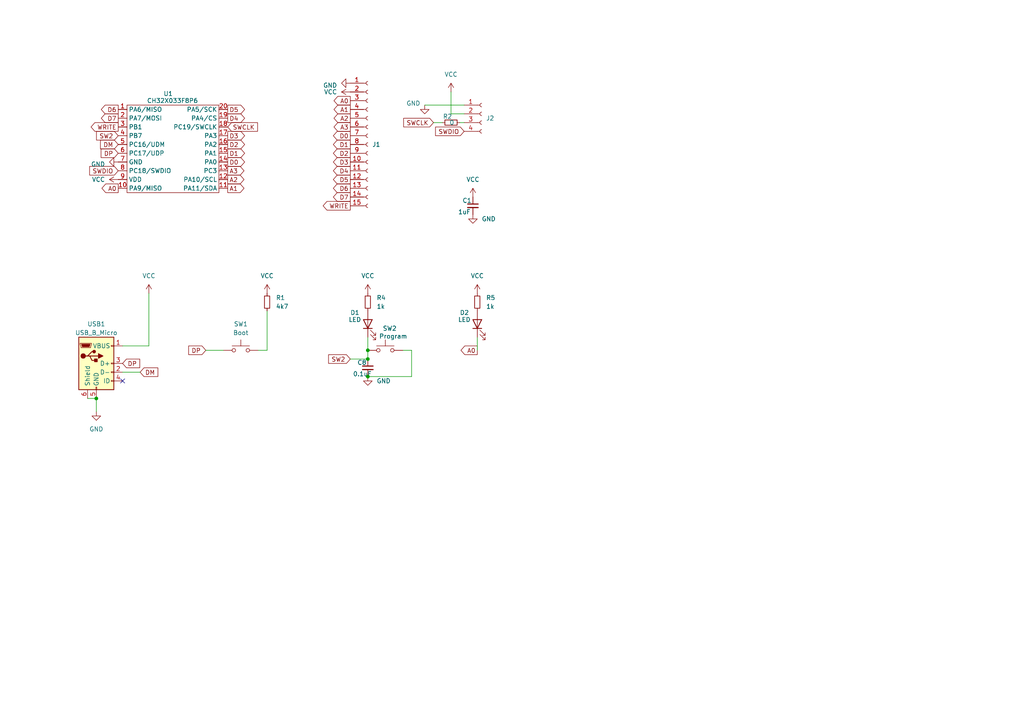
<source format=kicad_sch>
(kicad_sch (version 20250114) (generator "eeschema") (generator_version "9.0")
  (paper "A4")
  (lib_symbols
    (symbol "Connector:Conn_01x04_Socket" (pin_names (offset 1.016) (hide yes))
      (property "Reference" "J" (at 0 5.08 0))
      (property "Value" "Conn_01x04_Socket" (at 0 -7.62 0))
      (symbol "Conn_01x04_Socket_1_1"
        (polyline (pts (xy -1.27 2.54) (xy -0.508 2.54)) (stroke (width 0.1524)))
        (polyline (pts (xy -1.27 0) (xy -0.508 0)) (stroke (width 0.1524)))
        (polyline (pts (xy -1.27 -2.54) (xy -0.508 -2.54)) (stroke (width 0.1524)))
        (polyline (pts (xy -1.27 -5.08) (xy -0.508 -5.08)) (stroke (width 0.1524)))
        (arc (start 0 2.032) (mid -0.5058 2.54) (end 0 3.048) (stroke (width 0.1524)))
        (arc (start 0 -0.508) (mid -0.5058 0) (end 0 0.508) (stroke (width 0.1524)))
        (arc (start 0 -3.048) (mid -0.5058 -2.54) (end 0 -2.032) (stroke (width 0.1524)))
        (arc (start 0 -5.588) (mid -0.5058 -5.08) (end 0 -4.572) (stroke (width 0.1524)))
        (pin passive line (at -5.08 2.54 0) (length 3.81) (name "Pin_1") (number "1"))
        (pin passive line (at -5.08 0 0) (length 3.81) (name "Pin_2") (number "2"))
        (pin passive line (at -5.08 -2.54 0) (length 3.81) (name "Pin_3") (number "3"))
        (pin passive line (at -5.08 -5.08 0) (length 3.81) (name "Pin_4") (number "4"))
      )
    )
    (symbol "Connector:Conn_01x15_Socket" (pin_names (offset 1.016) (hide yes))
      (property "Reference" "J" (at 0 20.32 0))
      (property "Value" "Conn_01x15_Socket" (at 0 -20.32 0))
      (symbol "Conn_01x15_Socket_1_1"
        (polyline (pts (xy -1.27 17.78) (xy -0.508 17.78)) (stroke (width 0.1524)))
        (polyline (pts (xy -1.27 15.24) (xy -0.508 15.24)) (stroke (width 0.1524)))
        (polyline (pts (xy -1.27 12.7) (xy -0.508 12.7)) (stroke (width 0.1524)))
        (polyline (pts (xy -1.27 10.16) (xy -0.508 10.16)) (stroke (width 0.1524)))
        (polyline (pts (xy -1.27 7.62) (xy -0.508 7.62)) (stroke (width 0.1524)))
        (polyline (pts (xy -1.27 5.08) (xy -0.508 5.08)) (stroke (width 0.1524)))
        (polyline (pts (xy -1.27 2.54) (xy -0.508 2.54)) (stroke (width 0.1524)))
        (polyline (pts (xy -1.27 0) (xy -0.508 0)) (stroke (width 0.1524)))
        (polyline (pts (xy -1.27 -2.54) (xy -0.508 -2.54)) (stroke (width 0.1524)))
        (polyline (pts (xy -1.27 -5.08) (xy -0.508 -5.08)) (stroke (width 0.1524)))
        (polyline (pts (xy -1.27 -7.62) (xy -0.508 -7.62)) (stroke (width 0.1524)))
        (polyline (pts (xy -1.27 -10.16) (xy -0.508 -10.16)) (stroke (width 0.1524)))
        (polyline (pts (xy -1.27 -12.7) (xy -0.508 -12.7)) (stroke (width 0.1524)))
        (polyline (pts (xy -1.27 -15.24) (xy -0.508 -15.24)) (stroke (width 0.1524)))
        (polyline (pts (xy -1.27 -17.78) (xy -0.508 -17.78)) (stroke (width 0.1524)))
        (arc (start 0 17.272) (mid -0.5058 17.78) (end 0 18.288) (stroke (width 0.1524)))
        (arc (start 0 14.732) (mid -0.5058 15.24) (end 0 15.748) (stroke (width 0.1524)))
        (arc (start 0 12.192) (mid -0.5058 12.7) (end 0 13.208) (stroke (width 0.1524)))
        (arc (start 0 9.652) (mid -0.5058 10.16) (end 0 10.668) (stroke (width 0.1524)))
        (arc (start 0 7.112) (mid -0.5058 7.62) (end 0 8.128) (stroke (width 0.1524)))
        (arc (start 0 4.572) (mid -0.5058 5.08) (end 0 5.588) (stroke (width 0.1524)))
        (arc (start 0 2.032) (mid -0.5058 2.54) (end 0 3.048) (stroke (width 0.1524)))
        (arc (start 0 -0.508) (mid -0.5058 0) (end 0 0.508) (stroke (width 0.1524)))
        (arc (start 0 -3.048) (mid -0.5058 -2.54) (end 0 -2.032) (stroke (width 0.1524)))
        (arc (start 0 -5.588) (mid -0.5058 -5.08) (end 0 -4.572) (stroke (width 0.1524)))
        (arc (start 0 -8.128) (mid -0.5058 -7.62) (end 0 -7.112) (stroke (width 0.1524)))
        (arc (start 0 -10.668) (mid -0.5058 -10.16) (end 0 -9.652) (stroke (width 0.1524)))
        (arc (start 0 -13.208) (mid -0.5058 -12.7) (end 0 -12.192) (stroke (width 0.1524)))
        (arc (start 0 -15.748) (mid -0.5058 -15.24) (end 0 -14.732) (stroke (width 0.1524)))
        (arc (start 0 -18.288) (mid -0.5058 -17.78) (end 0 -17.272) (stroke (width 0.1524)))
        (pin passive line (at -5.08 17.78 0) (length 3.81) (name "Pin_1") (number "1"))
        (pin passive line (at -5.08 15.24 0) (length 3.81) (name "Pin_2") (number "2"))
        (pin passive line (at -5.08 12.7 0) (length 3.81) (name "Pin_3") (number "3"))
        (pin passive line (at -5.08 10.16 0) (length 3.81) (name "Pin_4") (number "4"))
        (pin passive line (at -5.08 7.62 0) (length 3.81) (name "Pin_5") (number "5"))
        (pin passive line (at -5.08 5.08 0) (length 3.81) (name "Pin_6") (number "6"))
        (pin passive line (at -5.08 2.54 0) (length 3.81) (name "Pin_7") (number "7"))
        (pin passive line (at -5.08 0 0) (length 3.81) (name "Pin_8") (number "8"))
        (pin passive line (at -5.08 -2.54 0) (length 3.81) (name "Pin_9") (number "9"))
        (pin passive line (at -5.08 -5.08 0) (length 3.81) (name "Pin_10") (number "10"))
        (pin passive line (at -5.08 -7.62 0) (length 3.81) (name "Pin_11") (number "11"))
        (pin passive line (at -5.08 -10.16 0) (length 3.81) (name "Pin_12") (number "12"))
        (pin passive line (at -5.08 -12.7 0) (length 3.81) (name "Pin_13") (number "13"))
        (pin passive line (at -5.08 -15.24 0) (length 3.81) (name "Pin_14") (number "14"))
        (pin passive line (at -5.08 -17.78 0) (length 3.81) (name "Pin_15") (number "15"))
      )
    )
    (symbol "Connector:USB_B_Micro" (pin_names (offset 1.016))
      (property "Reference" "J" (at -5.08 11.43 0))
      (property "Value" "USB_B_Micro" (at -5.08 8.89 0))
      (symbol "USB_B_Micro_0_1"
        (rectangle (start -5.08 -7.62) (end 5.08 7.62) (stroke (width 0.254)) (fill (type background)))
        (polyline (pts (xy -4.699 5.842) (xy -4.699 5.588) (xy -4.445 4.826) (xy -4.445 4.572) (xy -1.651 4.572) (xy -1.651 4.826) (xy -1.397 5.588) (xy -1.397 5.842) (xy -4.699 5.842)))
        (polyline (pts (xy -4.318 5.588) (xy -1.778 5.588) (xy -2.032 4.826) (xy -4.064 4.826) (xy -4.318 5.588)) (fill (type outline)))
        (circle (center -3.81 2.159) (radius 0.635) (stroke (width 0.254)) (fill (type outline)))
        (polyline (pts (xy -3.175 2.159) (xy -2.54 2.159) (xy -1.27 3.429) (xy -0.635 3.429)) (stroke (width 0.254)))
        (polyline (pts (xy -2.54 2.159) (xy -1.905 2.159) (xy -1.27 0.889) (xy 0 0.889)) (stroke (width 0.254)))
        (polyline (pts (xy -1.905 2.159) (xy 0.635 2.159)) (stroke (width 0.254)))
        (circle (center -0.635 3.429) (radius 0.381) (stroke (width 0.254)) (fill (type outline)))
        (rectangle (start -0.127 -7.62) (end 0.127 -6.858))
        (rectangle (start 0.254 1.27) (end -0.508 0.508) (stroke (width 0.254)) (fill (type outline)))
        (polyline (pts (xy 0.635 2.794) (xy 0.635 1.524) (xy 1.905 2.159) (xy 0.635 2.794)) (stroke (width 0.254)) (fill (type outline)))
        (rectangle (start 5.08 4.953) (end 4.318 5.207))
        (rectangle (start 5.08 -0.127) (end 4.318 0.127))
        (rectangle (start 5.08 -2.667) (end 4.318 -2.413))
        (rectangle (start 5.08 -5.207) (end 4.318 -4.953))
      )
      (symbol "USB_B_Micro_1_1"
        (pin passive line (at -2.54 -10.16 90) (length 2.54) (name "Shield") (number "6"))
        (pin power_out line (at 0 -10.16 90) (length 2.54) (name "GND") (number "5"))
        (pin power_out line (at 7.62 5.08 180) (length 2.54) (name "VBUS") (number "1"))
        (pin bidirectional line (at 7.62 0 180) (length 2.54) (name "D+") (number "3"))
        (pin bidirectional line (at 7.62 -2.54 180) (length 2.54) (name "D-") (number "2"))
        (pin passive line (at 7.62 -5.08 180) (length 2.54) (name "ID") (number "4"))
      )
    )
    (symbol "Device:C_Small" (pin_numbers (hide yes)) (pin_names (offset 0.254) (hide yes))
      (property "Reference" "C" (at 0.254 1.778 0))
      (property "Value" "C_Small" (at 0.254 -2.032 0))
      (symbol "C_Small_0_1"
        (polyline (pts (xy -1.524 0.508) (xy 1.524 0.508)) (stroke (width 0.3048)))
        (polyline (pts (xy -1.524 -0.508) (xy 1.524 -0.508)) (stroke (width 0.3302)))
      )
      (symbol "C_Small_1_1"
        (pin passive line (at 0 2.54 270) (length 2.032) (name "~") (number "1"))
        (pin passive line (at 0 -2.54 90) (length 2.032) (name "~") (number "2"))
      )
    )
    (symbol "Device:LED" (pin_numbers (hide yes)) (pin_names (offset 1.016) (hide yes))
      (property "Reference" "D" (at 0 2.54 0))
      (property "Value" "LED" (at 0 -2.54 0))
      (symbol "LED_0_1"
        (polyline (pts (xy -3.048 -0.762) (xy -4.572 -2.286) (xy -3.81 -2.286) (xy -4.572 -2.286) (xy -4.572 -1.524)))
        (polyline (pts (xy -1.778 -0.762) (xy -3.302 -2.286) (xy -2.54 -2.286) (xy -3.302 -2.286) (xy -3.302 -1.524)))
        (polyline (pts (xy -1.27 0) (xy 1.27 0)))
        (polyline (pts (xy -1.27 -1.27) (xy -1.27 1.27)) (stroke (width 0.254)))
        (polyline (pts (xy 1.27 -1.27) (xy 1.27 1.27) (xy -1.27 0) (xy 1.27 -1.27)) (stroke (width 0.254)))
      )
      (symbol "LED_1_1"
        (pin passive line (at -3.81 0 0) (length 2.54) (name "K") (number "1"))
        (pin passive line (at 3.81 0 180) (length 2.54) (name "A") (number "2"))
      )
    )
    (symbol "Device:R_Small" (pin_numbers (hide yes)) (pin_names (offset 0.254) (hide yes))
      (property "Reference" "R" (at 0.762 0.508 0))
      (property "Value" "R_Small" (at 0.762 -1.016 0))
      (symbol "R_Small_0_1"
        (rectangle (start -0.762 1.778) (end 0.762 -1.778) (stroke (width 0.2032)))
      )
      (symbol "R_Small_1_1"
        (pin passive line (at 0 2.54 270) (length 0.762) (name "~") (number "1"))
        (pin passive line (at 0 -2.54 90) (length 0.762) (name "~") (number "2"))
      )
    )
    (symbol "Larry_Library:CH32X033F8P6"
      (property "Reference" "U" (at 0 7.62 0))
      (symbol "CH32X033F8P6_0_1"
        (rectangle (start -10.16 5.08) (end 16.51 -20.32))
      )
      (symbol "CH32X033F8P6_1_1"
        (pin bidirectional line (at -12.7 3.81 0) (length 2.54) (name "PA6/MISO") (number "1"))
        (pin bidirectional line (at -12.7 1.27 0) (length 2.54) (name "PA7/MOSI") (number "2"))
        (pin bidirectional line (at -12.7 -1.27 0) (length 2.54) (name "PB1") (number "3"))
        (pin bidirectional line (at -12.7 -3.81 0) (length 2.54) (name "PB7") (number "4"))
        (pin bidirectional line (at -12.7 -6.35 0) (length 2.54) (name "PC16/UDM") (number "5"))
        (pin bidirectional line (at -12.7 -8.89 0) (length 2.54) (name "PC17/UDP") (number "6"))
        (pin power_in line (at -12.7 -11.43 0) (length 2.54) (name "GND") (number "7"))
        (pin bidirectional line (at -12.7 -13.97 0) (length 2.54) (name "PC18/SWDIO") (number "8"))
        (pin power_in line (at -12.7 -16.51 0) (length 2.54) (name "VDD") (number "9"))
        (pin bidirectional line (at -12.7 -19.05 0) (length 2.54) (name "PA9/MISO") (number "10"))
        (pin bidirectional line (at 19.05 3.81 180) (length 2.54) (name "PA5/SCK") (number "20"))
        (pin bidirectional line (at 19.05 1.27 180) (length 2.54) (name "PA4/CS") (number "19"))
        (pin bidirectional line (at 19.05 -1.27 180) (length 2.54) (name "PC19/SWCLK") (number "18"))
        (pin bidirectional line (at 19.05 -3.81 180) (length 2.54) (name "PA3") (number "17"))
        (pin bidirectional line (at 19.05 -6.35 180) (length 2.54) (name "PA2") (number "16"))
        (pin bidirectional line (at 19.05 -8.89 180) (length 2.54) (name "PA1") (number "15"))
        (pin bidirectional line (at 19.05 -11.43 180) (length 2.54) (name "PA0") (number "14"))
        (pin bidirectional line (at 19.05 -13.97 180) (length 2.54) (name "PC3") (number "13"))
        (pin bidirectional line (at 19.05 -16.51 180) (length 2.54) (name "PA10/SCL") (number "12"))
        (pin bidirectional line (at 19.05 -19.05 180) (length 2.54) (name "PA11/SDA") (number "11"))
      )
    )
    (symbol "Switch:SW_Push" (pin_numbers (hide yes)) (pin_names (offset 1.016) (hide yes))
      (property "Reference" "SW" (at 1.27 2.54 0))
      (property "Value" "SW_Push" (at 0 -1.524 0))
      (symbol "SW_Push_0_1"
        (circle (center -2.032 0) (radius 0.508))
        (polyline (pts (xy 0 1.27) (xy 0 3.048)))
        (circle (center 2.032 0) (radius 0.508))
        (polyline (pts (xy 2.54 1.27) (xy -2.54 1.27)))
        (pin passive line (at -5.08 0 0) (length 2.54) (name "1") (number "1"))
        (pin passive line (at 5.08 0 180) (length 2.54) (name "2") (number "2"))
      )
    )
    (symbol "power:+3.3V" (power) (pin_names (offset 0))
      (property "Value" "+3.3V" (at 0 3.556 0))
      (symbol "+3.3V_0_1"
        (polyline (pts (xy -0.762 1.27) (xy 0 2.54)))
        (polyline (pts (xy 0 2.54) (xy 0.762 1.27)))
        (polyline (pts (xy 0 0) (xy 0 2.54)))
      )
      (symbol "+3.3V_1_1"
        (pin power_in line (at 0 0 90) (length 0) (hide yes) (name "+3.3V") (number "1"))
      )
    )
    (symbol "power:GND" (power) (pin_names (offset 0))
      (property "Value" "GND" (at 0 -3.81 0))
      (symbol "GND_0_1"
        (polyline (pts (xy 0 0) (xy 0 -1.27) (xy 1.27 -1.27) (xy 0 -2.54) (xy -1.27 -1.27) (xy 0 -1.27)))
      )
      (symbol "GND_1_1"
        (pin power_in line (at 0 0 270) (length 0) (hide yes) (name "GND") (number "1"))
      )
    )
  )
  (junction (at 27.94 115.57))
  (junction (at 106.68 109.22))
  (junction (at 106.68 101.6))
  (junction (at 106.68 104.14))
  (no_connect (at 35.56 110.49))
  (wire (pts (xy 35.56 107.95) (xy 40.64 107.95)))
  (wire (pts (xy 101.6 104.14) (xy 106.68 104.14)))
  (wire (pts (xy 138.43 101.6) (xy 138.43 97.79)))
  (wire (pts (xy 25.4 115.57) (xy 27.94 115.57)))
  (wire (pts (xy 77.47 90.17) (xy 77.47 101.6)))
  (wire (pts (xy 27.94 115.57) (xy 27.94 119.38)))
  (wire (pts (xy 125.73 35.56) (xy 128.27 35.56)))
  (wire (pts (xy 134.62 33.02) (xy 130.81 33.02)))
  (wire (pts (xy 130.81 33.02) (xy 130.81 26.67)))
  (wire (pts (xy 74.93 101.6) (xy 77.47 101.6)))
  (wire (pts (xy 133.35 35.56) (xy 134.62 35.56)))
  (wire (pts (xy 106.68 109.22) (xy 119.38 109.22)))
  (wire (pts (xy 35.56 100.33) (xy 43.18 100.33)))
  (wire (pts (xy 119.38 101.6) (xy 119.38 109.22)))
  (wire (pts (xy 123.19 30.48) (xy 134.62 30.48)))
  (wire (pts (xy 106.68 101.6) (xy 106.68 104.14)))
  (wire (pts (xy 106.68 101.6) (xy 106.68 97.79)))
  (wire (pts (xy 59.69 101.6) (xy 64.77 101.6)))
  (wire (pts (xy 43.18 85.09) (xy 43.18 100.33)))
  (wire (pts (xy 116.84 101.6) (xy 119.38 101.6)))
  (global_label "D0" (shape output) (at 101.6 39.37 180) (property "Intersheetrefs" "${INTERSHEET_REFS}" (effects (hide yes))))
  (global_label "D6" (shape output) (at 101.6 54.61 180) (property "Intersheetrefs" "${INTERSHEET_REFS}" (effects (hide yes))))
  (global_label "DM" (shape input) (at 34.29 41.91 180) (property "Intersheetrefs" "${INTERSHEET_REFS}" (effects (hide yes))))
  (global_label "DP" (shape input) (at 35.56 105.41 0) (property "Intersheetrefs" "${INTERSHEET_REFS}" (effects (hide yes))))
  (global_label "SWCLK" (shape input) (at 66.04 36.83 0) (property "Intersheetrefs" "${INTERSHEET_REFS}" (effects (hide yes))))
  (global_label "D1" (shape output) (at 66.04 44.45 0) (property "Intersheetrefs" "${INTERSHEET_REFS}" (effects (hide yes))))
  (global_label "A3" (shape output) (at 101.6 36.83 180) (property "Intersheetrefs" "${INTERSHEET_REFS}" (effects (hide yes))))
  (global_label "D4" (shape output) (at 101.6 49.53 180) (property "Intersheetrefs" "${INTERSHEET_REFS}" (effects (hide yes))))
  (global_label "SWDIO" (shape input) (at 134.62 38.1 180) (property "Intersheetrefs" "${INTERSHEET_REFS}" (effects (hide yes))))
  (global_label "D3" (shape output) (at 66.04 39.37 0) (property "Intersheetrefs" "${INTERSHEET_REFS}" (effects (hide yes))))
  (global_label "A2" (shape output) (at 66.04 52.07 0) (property "Intersheetrefs" "${INTERSHEET_REFS}" (effects (hide yes))))
  (global_label "SW2" (shape input) (at 101.6 104.14 180) (property "Intersheetrefs" "${INTERSHEET_REFS}" (effects (hide yes))))
  (global_label "D5" (shape output) (at 101.6 52.07 180) (property "Intersheetrefs" "${INTERSHEET_REFS}" (effects (hide yes))))
  (global_label "D2" (shape output) (at 101.6 44.45 180) (property "Intersheetrefs" "${INTERSHEET_REFS}" (effects (hide yes))))
  (global_label "DM" (shape input) (at 40.64 107.95 0) (property "Intersheetrefs" "${INTERSHEET_REFS}" (effects (hide yes))))
  (global_label "D7" (shape output) (at 101.6 57.15 180) (property "Intersheetrefs" "${INTERSHEET_REFS}" (effects (hide yes))))
  (global_label "A2" (shape output) (at 101.6 34.29 180) (property "Intersheetrefs" "${INTERSHEET_REFS}" (effects (hide yes))))
  (global_label "A1" (shape output) (at 66.04 54.61 0) (property "Intersheetrefs" "${INTERSHEET_REFS}" (effects (hide yes))))
  (global_label "A3" (shape output) (at 66.04 49.53 0) (property "Intersheetrefs" "${INTERSHEET_REFS}" (effects (hide yes))))
  (global_label "WRITE" (shape output) (at 34.29 36.83 180) (property "Intersheetrefs" "${INTERSHEET_REFS}" (effects (hide yes))))
  (global_label "D5" (shape output) (at 66.04 31.75 0) (property "Intersheetrefs" "${INTERSHEET_REFS}" (effects (hide yes))))
  (global_label "D4" (shape output) (at 66.04 34.29 0) (property "Intersheetrefs" "${INTERSHEET_REFS}" (effects (hide yes))))
  (global_label "D0" (shape output) (at 66.04 46.99 0) (property "Intersheetrefs" "${INTERSHEET_REFS}" (effects (hide yes))))
  (global_label "SWCLK" (shape input) (at 125.73 35.56 180) (property "Intersheetrefs" "${INTERSHEET_REFS}" (effects (hide yes))))
  (global_label "A0" (shape output) (at 101.6 29.21 180) (property "Intersheetrefs" "${INTERSHEET_REFS}" (effects (hide yes))))
  (global_label "DP" (shape input) (at 59.69 101.6 180) (property "Intersheetrefs" "${INTERSHEET_REFS}" (effects (hide yes))))
  (global_label "A0" (shape output) (at 34.29 54.61 180) (property "Intersheetrefs" "${INTERSHEET_REFS}" (effects (hide yes))))
  (global_label "SWDIO" (shape input) (at 34.29 49.53 180) (property "Intersheetrefs" "${INTERSHEET_REFS}" (effects (hide yes))))
  (global_label "SW2" (shape input) (at 34.29 39.37 180) (property "Intersheetrefs" "${INTERSHEET_REFS}" (effects (hide yes))))
  (global_label "D2" (shape output) (at 66.04 41.91 0) (property "Intersheetrefs" "${INTERSHEET_REFS}" (effects (hide yes))))
  (global_label "A1" (shape output) (at 101.6 31.75 180) (property "Intersheetrefs" "${INTERSHEET_REFS}" (effects (hide yes))))
  (global_label "A0" (shape output) (at 138.43 101.6 180) (property "Intersheetrefs" "${INTERSHEET_REFS}" (effects (hide yes))))
  (global_label "WRITE" (shape output) (at 101.6 59.69 180) (property "Intersheetrefs" "${INTERSHEET_REFS}" (effects (hide yes))))
  (global_label "D1" (shape output) (at 101.6 41.91 180) (property "Intersheetrefs" "${INTERSHEET_REFS}" (effects (hide yes))))
  (global_label "D6" (shape output) (at 34.29 31.75 180) (property "Intersheetrefs" "${INTERSHEET_REFS}" (effects (hide yes))))
  (global_label "D7" (shape output) (at 34.29 34.29 180) (property "Intersheetrefs" "${INTERSHEET_REFS}" (effects (hide yes))))
  (global_label "DP" (shape input) (at 34.29 44.45 180) (property "Intersheetrefs" "${INTERSHEET_REFS}" (effects (hide yes))))
  (global_label "D3" (shape output) (at 101.6 46.99 180) (property "Intersheetrefs" "${INTERSHEET_REFS}" (effects (hide yes))))
  (symbol (lib_id "Device:C_Small") (at 137.16 59.69 0) (unit 1)
    (property "Reference" "C1" (at 134.112 58.166 0) (effects (justify left)))
    (property "Value" "1uF" (at 132.842 61.468 0) (effects (justify left)))
    (property "Footprint" "Capacitor_SMD:C_0603_1608Metric" (effects (hide yes)))
    (property "Description" "Unpolarized capacitor, small symbol" (effects (hide yes)))
  )
  (symbol (lib_id "power:+3.3V") (at 137.16 57.15 0) (unit 1)
    (property "Reference" "#PWR09" (effects (hide yes)))
    (property "Value" "VCC" (at 137.16 52.07 0))
  )
  (symbol (lib_id "power:GND") (at 137.16 62.23 0) (unit 1)
    (property "Reference" "#PWR010" (effects (hide yes)))
    (property "Value" "GND" (at 139.7 63.4999 0) (effects (justify left)))
    (property "Description" "Power symbol creates a global label with name \"GND\" , ground" (effects (hide yes)))
  )
  (symbol (lib_id "Device:C_Small") (at 106.68 106.68 0) (unit 1)
    (property "Reference" "C8" (at 103.632 105.156 0) (effects (justify left)))
    (property "Value" "0.1uF" (at 102.362 108.458 0) (effects (justify left)))
    (property "Footprint" "Capacitor_SMD:C_0603_1608Metric" (effects (hide yes)))
    (property "Description" "Unpolarized capacitor, small symbol" (effects (hide yes)))
  )
  (symbol (lib_id "Device:R_Small") (at 77.47 87.63 0) (unit 1)
    (property "Reference" "R1" (at 80.01 86.3599 0) (effects (justify left)))
    (property "Value" "4k7" (at 80.01 88.8999 0) (effects (justify left)))
    (property "Footprint" "Resistor_SMD:R_0603_1608Metric" (effects (hide yes)))
    (property "Description" "Resistor, small symbol" (effects (hide yes)))
  )
  (symbol (lib_id "power:GND") (at 123.19 30.48 0) (unit 1)
    (property "Reference" "#PWR017" (effects (hide yes)))
    (property "Value" "GND" (at 119.888 29.972 0))
  )
  (symbol (lib_id "power:+3.3V") (at 101.6 26.67 90) (unit 1)
    (property "Reference" "#PWR03" (effects (hide yes)))
    (property "Value" "VCC" (at 97.79 26.6699 90) (effects (justify left)))
  )
  (symbol (lib_id "power:GND") (at 106.68 109.22 0) (unit 1)
    (property "Reference" "#PWR012" (effects (hide yes)))
    (property "Value" "GND" (at 109.22 110.4899 0) (effects (justify left)))
    (property "Description" "Power symbol creates a global label with name \"GND\" , ground" (effects (hide yes)))
  )
  (symbol (lib_id "Device:LED") (at 106.68 93.98 90) (unit 1)
    (property "Reference" "D1" (at 101.6 90.678 90) (effects (justify right)))
    (property "Value" "LED" (at 101.092 92.71 90) (effects (justify right)))
    (property "Footprint" "LED_SMD:LED_0603_1608Metric" (effects (hide yes)))
    (property "Description" "Light emitting diode" (effects (hide yes)))
    (property "Sim.Pins" "1=K 2=A" (effects (hide yes)))
  )
  (symbol (lib_id "Device:R_Small") (at 138.43 87.63 0) (unit 1)
    (property "Reference" "R5" (at 140.97 86.3599 0) (effects (justify left)))
    (property "Value" "1k" (at 140.97 88.8999 0) (effects (justify left)))
    (property "Footprint" "Resistor_SMD:R_0603_1608Metric" (effects (hide yes)))
    (property "Description" "Resistor, small symbol" (effects (hide yes)))
  )
  (symbol (lib_id "power:+3.3V") (at 34.29 52.07 90) (unit 1)
    (property "Reference" "#PWR02" (effects (hide yes)))
    (property "Value" "VCC" (at 30.48 52.0699 90) (effects (justify left)))
  )
  (symbol (lib_id "power:+3.3V") (at 130.81 26.67 0) (unit 1)
    (property "Reference" "#PWR018" (effects (hide yes)))
    (property "Value" "VCC" (at 130.81 21.59 0))
  )
  (symbol (lib_id "power:+3.3V") (at 138.43 85.09 0) (unit 1)
    (property "Reference" "#PWR07" (effects (hide yes)))
    (property "Value" "VCC" (at 138.43 80.01 0))
  )
  (symbol (lib_id "power:GND") (at 34.29 46.99 270) (unit 1)
    (property "Reference" "#PWR01" (effects (hide yes)))
    (property "Value" "GND" (at 30.48 47.625 90) (effects (justify right)))
  )
  (symbol (lib_id "Connector:USB_B_Micro") (at 27.94 105.41 0) (unit 1)
    (property "Reference" "USB1" (at 27.94 93.98 0))
    (property "Value" "USB_B_Micro" (at 27.94 96.52 0))
    (property "Footprint" "Connector_USB:USB_Micro-B_Molex-105017-0001" (effects (hide yes)))
  )
  (symbol (lib_id "Switch:SW_Push") (at 69.85 101.6 0) (unit 1)
    (property "Reference" "SW1" (at 69.85 93.98 0))
    (property "Value" "Boot" (at 69.85 96.52 0))
    (property "Footprint" "Button4Pin:SW_Push_1P1T_NO_Vertical_4Pins" (effects (hide yes)))
    (property "Description" "Push button switch, generic, two pins" (effects (hide yes)))
  )
  (symbol (lib_id "Switch:SW_Push") (at 111.76 101.6 0) (unit 1)
    (property "Reference" "SW2" (at 113.03 95.25 0))
    (property "Value" "Program" (at 114.046 97.536 0))
    (property "Footprint" "Button4Pin:SW_Push_1P1T_NO_Vertical_4Pins" (effects (hide yes)))
    (property "Description" "Push button switch, generic, two pins" (effects (hide yes)))
  )
  (symbol (lib_id "Device:R_Small") (at 106.68 87.63 0) (unit 1)
    (property "Reference" "R4" (at 109.22 86.3599 0) (effects (justify left)))
    (property "Value" "1k" (at 109.22 88.8999 0) (effects (justify left)))
    (property "Footprint" "Resistor_SMD:R_0603_1608Metric" (effects (hide yes)))
    (property "Description" "Resistor, small symbol" (effects (hide yes)))
  )
  (symbol (lib_id "Device:LED") (at 138.43 93.98 90) (unit 1)
    (property "Reference" "D2" (at 133.35 90.678 90) (effects (justify right)))
    (property "Value" "LED" (at 132.842 92.71 90) (effects (justify right)))
    (property "Footprint" "LED_SMD:LED_0603_1608Metric" (effects (hide yes)))
    (property "Description" "Light emitting diode" (effects (hide yes)))
    (property "Sim.Pins" "1=K 2=A" (effects (hide yes)))
  )
  (symbol (lib_id "power:GND") (at 27.94 119.38 0) (unit 1)
    (property "Reference" "#PWR019" (effects (hide yes)))
    (property "Value" "GND" (at 27.94 124.46 0))
  )
  (symbol (lib_id "power:+3.3V") (at 77.47 85.09 0) (unit 1)
    (property "Reference" "#PWR05" (effects (hide yes)))
    (property "Value" "VCC" (at 77.47 80.01 0))
  )
  (symbol (lib_id "power:+3.3V") (at 43.18 85.09 0) (unit 1)
    (property "Reference" "#PWR08" (effects (hide yes)))
    (property "Value" "VCC" (at 43.18 80.01 0))
  )
  (symbol (lib_id "power:GND") (at 101.6 24.13 270) (unit 1)
    (property "Reference" "#PWR04" (effects (hide yes)))
    (property "Value" "GND" (at 97.79 24.765 90) (effects (justify right)))
  )
  (symbol (lib_id "power:+3.3V") (at 106.68 85.09 0) (unit 1)
    (property "Reference" "#PWR06" (effects (hide yes)))
    (property "Value" "VCC" (at 106.68 80.01 0))
  )
  (symbol (lib_id "Device:R_Small") (at 130.81 35.56 90) (unit 1)
    (property "Reference" "R2" (at 129.794 33.782 90))
    (property "Value" "0" (at 131.064 35.56 90))
    (property "Footprint" "Resistor_SMD:R_1206_3216Metric" (effects (hide yes)))
    (property "Description" "Resistor, small symbol" (effects (hide yes)))
  )
  (symbol (lib_id "Connector:Conn_01x15_Socket") (at 106.68 41.91 0) (unit 1)
    (property "Reference" "J1" (at 107.95 41.9099 0) (effects (justify left)))
    (property "Value" "Conn_01x15_Socket" (effects (hide yes)))
    (property "Footprint" "Connector_PinHeader_2.54mm:PinHeader_1x15_P2.54mm_Vertical" (effects (hide yes)))
    (property "Description" "Generic connector, single row, 01x15, script generated" (effects (hide yes)))
  )
  (symbol (lib_id "Connector:Conn_01x04_Socket") (at 139.7 33.02 0) (unit 1)
    (property "Reference" "J2" (at 140.97 34.2899 0) (effects (justify left)))
    (property "Value" "Conn_01x04_Socket" (effects (hide yes)))
    (property "Footprint" "Connector_PinSocket_2.54mm:PinSocket_1x04_P2.54mm_Vertical" (effects (hide yes)))
  )
  (symbol (lib_id "Larry_Library:CH32X033F8P6") (at 46.99 35.56 0) (unit 1)
    (property "Reference" "U1" (at 48.768 27.178 0))
    (property "Value" "CH32X033F8P6" (at 50.038 29.21 0))
    (property "Footprint" "Package_SO:TSSOP-20_4.4x6.5mm_P0.65mm" (effects (hide yes)))
  )
)
</source>
